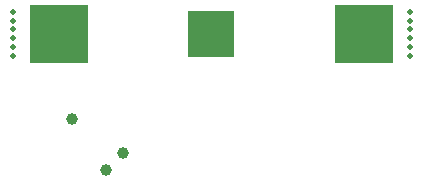
<source format=gbr>
%TF.GenerationSoftware,KiCad,Pcbnew,7.0.6-7.0.6~ubuntu23.04.1*%
%TF.CreationDate,2023-08-08T21:58:14-04:00*%
%TF.ProjectId,EnviroPuck,456e7669-726f-4507-9563-6b2e6b696361,rev?*%
%TF.SameCoordinates,Original*%
%TF.FileFunction,Soldermask,Bot*%
%TF.FilePolarity,Negative*%
%FSLAX46Y46*%
G04 Gerber Fmt 4.6, Leading zero omitted, Abs format (unit mm)*
G04 Created by KiCad (PCBNEW 7.0.6-7.0.6~ubuntu23.04.1) date 2023-08-08 21:58:14*
%MOMM*%
%LPD*%
G01*
G04 APERTURE LIST*
%ADD10C,0.500000*%
%ADD11C,0.990600*%
%ADD12R,5.000000X5.000000*%
%ADD13R,4.000000X4.000000*%
G04 APERTURE END LIST*
D10*
%TO.C,REF\u002A\u002A*%
X-16800000Y-1850000D03*
X-16800000Y-1110000D03*
X-16800000Y-370000D03*
X-16800000Y370000D03*
X-16800000Y1110000D03*
X-16800000Y1850000D03*
%TD*%
%TO.C,REF\u002A\u002A*%
X16800000Y1110003D03*
X16800000Y-1849997D03*
X16800000Y370003D03*
X16800000Y-369997D03*
X16800000Y1850003D03*
X16800000Y-1109997D03*
%TD*%
D11*
%TO.C,J1*%
X-8922369Y-11514472D03*
X-7485528Y-10077631D03*
X-11796051Y-7203949D03*
%TD*%
D12*
%TO.C,BT1*%
X12950000Y0D03*
X-12950000Y0D03*
D13*
X0Y0D03*
%TD*%
M02*

</source>
